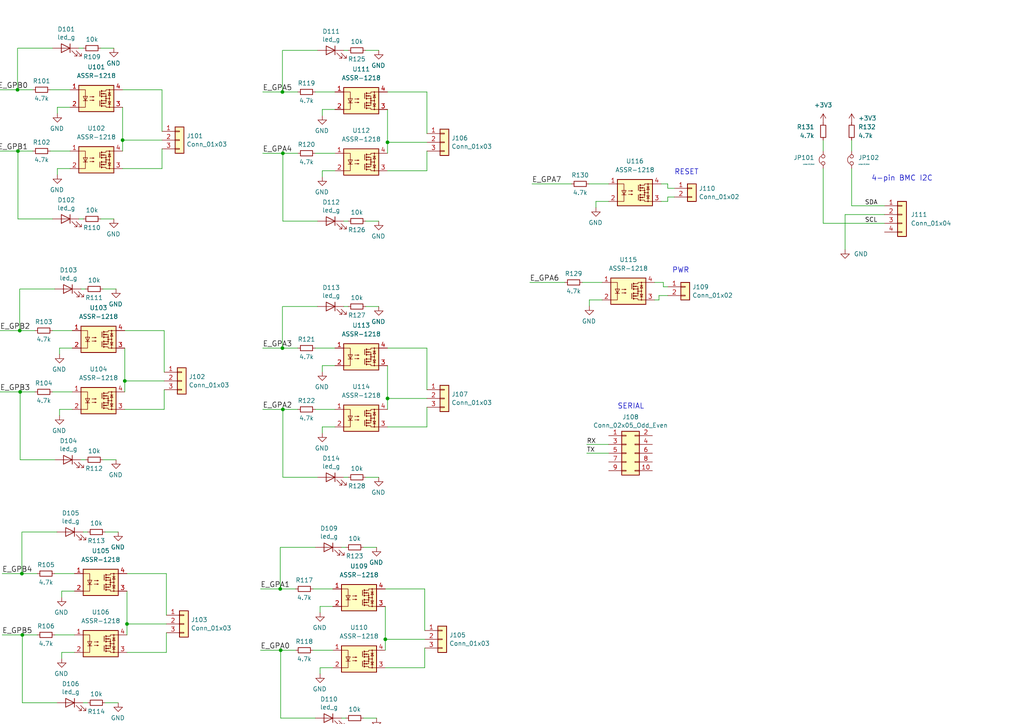
<source format=kicad_sch>
(kicad_sch (version 20230121) (generator eeschema)
  (paper "A4")
  (title_block (date "2024-03-17") (comment 1 "https://www.supermicro.com/manuals/motherboard/C236/MNL-1778.pdf"))
  (junction (at 370.84 77.47))
  (junction (at 335.915 -37.465))
  (junction (at 111.76 185.42))
  (junction (at 82.042 44.45))
  (junction (at 5.08 26.035))
  (junction (at 483.235 -133.985))
  (junction (at 81.915 26.67))
  (junction (at 506.095 -98.425))
  (junction (at 5.715 95.885))
  (junction (at 476.885 14.605))
  (junction (at 35.56 40.64))
  (junction (at 401.32 -85.725))
  (junction (at 476.885 6.985))
  (junction (at 6.35 166.37))
  (junction (at 81.28 170.815))
  (junction (at 6.477 184.15))
  (junction (at 5.842 113.665))
  (junction (at 401.32 -103.505))
  (junction (at 506.095 -118.745))
  (junction (at 81.407 188.595))
  (junction (at 6.477 255.27))
  (junction (at 354.33 132.08))
  (junction (at 36.195 110.49))
  (junction (at 81.915 100.965))
  (junction (at 354.33 123.19))
  (junction (at 506.095 -93.345))
  (junction (at 36.83 252.095))
  (junction (at 5.207 43.815))
  (junction (at 354.33 125.73))
  (junction (at 36.83 180.975))
  (junction (at 112.395 41.275))
  (junction (at 6.35 237.49))
  (junction (at 506.095 -111.125))
  (junction (at 82.042 118.745))
  (junction (at 112.395 115.57))
  (wire (pts (xy 30.48 225.425) (xy 34.29 225.425)))
  (wire (pts (xy 354.33 132.08) (xy 354.33 135.89)))
  (wire (pts (xy 423.545 -46.355) (xy 423.545 -50.165)))
  (wire (pts (xy 172.847 58.42) (xy 176.53 58.42)))
  (wire (pts (xy 193.675 54.61) (xy 195.58 54.61)))
  (wire (pts (xy 414.655 -41.275) (xy 414.655 -43.815)))
  (wire (pts (xy 82.042 88.9) (xy 92.075 88.9)))
  (wire (pts (xy 91.44 100.965) (xy 97.155 100.965)))
  (wire (pts (xy 23.495 133.35) (xy 24.765 133.35)))
  (wire (pts (xy 478.155 -111.125) (xy 506.095 -111.125)))
  (wire (pts (xy 30.48 203.835) (xy 34.29 203.835)))
  (wire (pts (xy 105.41 158.75) (xy 109.22 158.75)))
  (wire (pts (xy 17.907 262.128) (xy 17.907 260.35)))
  (wire (pts (xy 429.895 -133.985) (xy 424.815 -133.985)))
  (wire (pts (xy 170.815 53.34) (xy 176.53 53.34)))
  (wire (pts (xy 478.155 -131.445) (xy 483.235 -131.445)))
  (wire (pts (xy 335.915 -38.735) (xy 335.915 -37.465)))
  (wire (pts (xy 506.095 -98.425) (xy 506.095 -93.345)))
  (wire (pts (xy 172.847 60.198) (xy 172.847 58.42)))
  (wire (pts (xy 478.155 -103.505) (xy 487.68 -103.505)))
  (wire (pts (xy 81.407 188.595) (xy 85.725 188.595)))
  (wire (pts (xy 483.235 -133.985) (xy 483.235 -135.255)))
  (wire (pts (xy 30.48 154.305) (xy 34.29 154.305)))
  (wire (pts (xy 429.895 -123.825) (xy 401.32 -123.825)))
  (wire (pts (xy 478.155 -88.265) (xy 488.315 -88.265)))
  (wire (pts (xy 36.195 110.49) (xy 36.195 113.665)))
  (wire (pts (xy 24.13 225.425) (xy 25.4 225.425)))
  (wire (pts (xy 419.735 -90.805) (xy 429.895 -90.805)))
  (wire (pts (xy 112.395 31.75) (xy 112.395 41.275)))
  (wire (pts (xy 6.477 184.15) (xy 6.477 203.835)))
  (wire (pts (xy 93.472 31.75) (xy 97.155 31.75)))
  (wire (pts (xy 413.385 -131.445) (xy 429.895 -131.445)))
  (wire (pts (xy 193.675 57.15) (xy 193.675 58.42)))
  (wire (pts (xy 36.83 180.975) (xy 48.26 180.975)))
  (wire (pts (xy 35.56 48.895) (xy 46.99 48.895)))
  (wire (pts (xy -0.635 26.035) (xy 5.08 26.035)))
  (wire (pts (xy 0.635 237.49) (xy 6.35 237.49)))
  (polyline (pts (xy 410.21 146.05) (xy 410.21 63.5)))
  (wire (pts (xy 17.272 120.523) (xy 17.272 118.745)))
  (wire (pts (xy 238.76 43.815) (xy 238.76 40.64)))
  (wire (pts (xy 238.76 64.77) (xy 256.54 64.77)))
  (wire (pts (xy 22.86 13.97) (xy 24.13 13.97)))
  (wire (pts (xy 76.2 44.45) (xy 82.042 44.45)))
  (wire (pts (xy 106.045 64.135) (xy 109.855 64.135)))
  (wire (pts (xy 5.715 95.885) (xy 10.16 95.885)))
  (wire (pts (xy 93.472 49.53) (xy 97.155 49.53)))
  (wire (pts (xy 462.915 1.905) (xy 471.805 1.905)))
  (wire (pts (xy 354.33 123.19) (xy 354.33 125.73)))
  (wire (pts (xy 6.477 274.955) (xy 16.51 274.955)))
  (wire (pts (xy 191.77 53.34) (xy 193.675 53.34)))
  (wire (pts (xy 16.637 50.673) (xy 16.637 48.895)))
  (wire (pts (xy 123.825 26.67) (xy 123.825 38.735)))
  (wire (pts (xy 5.207 43.815) (xy 5.207 63.5)))
  (wire (pts (xy 112.395 41.275) (xy 112.395 44.45)))
  (wire (pts (xy 36.195 110.49) (xy 47.625 110.49)))
  (wire (pts (xy 36.83 180.975) (xy 36.83 184.15)))
  (wire (pts (xy -0.635 43.815) (xy 5.207 43.815)))
  (wire (pts (xy 419.735 -41.275) (xy 428.625 -41.275)))
  (wire (pts (xy 82.042 138.43) (xy 92.075 138.43)))
  (wire (pts (xy 14.605 43.815) (xy 20.32 43.815)))
  (wire (pts (xy 29.21 13.97) (xy 33.02 13.97)))
  (wire (pts (xy 343.535 -46.355) (xy 349.885 -46.355)))
  (wire (pts (xy 193.675 83.185) (xy 192.405 83.185)))
  (wire (pts (xy 15.24 95.885) (xy 20.955 95.885)))
  (wire (pts (xy 93.472 107.823) (xy 93.472 106.045)))
  (wire (pts (xy 112.395 100.965) (xy 123.825 100.965)))
  (wire (pts (xy 429.895 -85.725) (xy 401.32 -85.725)))
  (wire (pts (xy 112.395 41.275) (xy 123.825 41.275)))
  (wire (pts (xy 17.907 242.57) (xy 21.59 242.57)))
  (wire (pts (xy 447.04 17.145) (xy 450.215 17.145)))
  (wire (pts (xy 16.637 32.893) (xy 16.637 31.115)))
  (wire (pts (xy 123.825 123.825) (xy 123.825 118.11)))
  (wire (pts (xy 358.14 120.65) (xy 354.33 120.65)))
  (wire (pts (xy 6.477 184.15) (xy 10.795 184.15)))
  (wire (pts (xy 0.635 255.27) (xy 6.477 255.27)))
  (wire (pts (xy 462.915 6.985) (xy 476.885 6.985)))
  (wire (pts (xy 15.24 113.665) (xy 20.955 113.665)))
  (wire (pts (xy 0.635 166.37) (xy 6.35 166.37)))
  (wire (pts (xy 192.405 83.185) (xy 192.405 81.915)))
  (wire (pts (xy 99.06 158.75) (xy 100.33 158.75)))
  (wire (pts (xy 17.907 244.348) (xy 17.907 242.57)))
  (wire (pts (xy 35.56 40.64) (xy 46.99 40.64)))
  (wire (pts (xy 193.675 53.34) (xy 193.675 54.61)))
  (wire (pts (xy 17.272 100.965) (xy 20.955 100.965)))
  (wire (pts (xy 82.042 14.605) (xy 92.075 14.605)))
  (wire (pts (xy 112.395 106.045) (xy 112.395 115.57)))
  (wire (pts (xy 24.13 154.305) (xy 25.4 154.305)))
  (wire (pts (xy 478.155 -95.885) (xy 488.315 -95.885)))
  (wire (pts (xy 383.54 95.25) (xy 386.08 95.25)))
  (wire (pts (xy 421.64 -121.285) (xy 429.895 -121.285)))
  (wire (pts (xy 0 113.665) (xy 5.842 113.665)))
  (wire (pts (xy 0 95.885) (xy 5.715 95.885)))
  (wire (pts (xy 419.735 -88.265) (xy 429.895 -88.265)))
  (wire (pts (xy 440.69 9.525) (xy 450.215 9.525)))
  (wire (pts (xy 99.695 88.9) (xy 100.965 88.9)))
  (wire (pts (xy 370.84 132.08) (xy 370.84 130.81)))
  (wire (pts (xy 383.54 118.11) (xy 386.08 118.11)))
  (wire (pts (xy 29.21 63.5) (xy 33.02 63.5)))
  (wire (pts (xy 354.33 120.65) (xy 354.33 123.19)))
  (wire (pts (xy 247.015 59.69) (xy 256.54 59.69)))
  (wire (pts (xy 476.885 6.985) (xy 476.885 14.605)))
  (wire (pts (xy 462.915 12.065) (xy 471.805 12.065)))
  (wire (pts (xy 35.56 26.035) (xy 46.99 26.035)))
  (wire (pts (xy 5.842 133.35) (xy 15.875 133.35)))
  (wire (pts (xy 0.635 184.15) (xy 6.477 184.15)))
  (wire (pts (xy 36.83 260.35) (xy 48.26 260.35)))
  (wire (pts (xy 440.69 6.985) (xy 450.215 6.985)))
  (wire (pts (xy 170.942 88.773) (xy 170.942 86.995)))
  (wire (pts (xy 355.6 95.25) (xy 358.14 95.25)))
  (wire (pts (xy 506.095 -128.905) (xy 506.095 -118.745)))
  (wire (pts (xy 354.33 125.73) (xy 358.14 125.73)))
  (wire (pts (xy 111.76 185.42) (xy 111.76 188.595)))
  (wire (pts (xy 383.54 97.79) (xy 386.08 97.79)))
  (wire (pts (xy 189.865 86.995) (xy 191.135 86.995)))
  (wire (pts (xy 91.44 118.745) (xy 97.155 118.745)))
  (wire (pts (xy 354.33 132.08) (xy 370.84 132.08)))
  (wire (pts (xy 506.095 -111.125) (xy 506.095 -98.425)))
  (wire (pts (xy 6.477 255.27) (xy 10.795 255.27)))
  (wire (pts (xy 386.08 125.73) (xy 383.54 125.73)))
  (wire (pts (xy 356.87 85.09) (xy 356.87 77.47)))
  (wire (pts (xy 123.825 100.965) (xy 123.825 113.03)))
  (wire (pts (xy 478.155 -90.805) (xy 488.315 -90.805)))
  (wire (pts (xy 5.715 83.82) (xy 5.715 95.885)))
  (wire (pts (xy 440.69 -0.635) (xy 450.215 -0.635)))
  (wire (pts (xy 82.042 64.135) (xy 92.075 64.135)))
  (wire (pts (xy 48.26 166.37) (xy 48.26 178.435)))
  (wire (pts (xy 112.395 49.53) (xy 123.825 49.53)))
  (wire (pts (xy 36.195 118.745) (xy 47.625 118.745)))
  (wire (pts (xy 106.045 138.43) (xy 109.855 138.43)))
  (wire (pts (xy 386.08 120.65) (xy 383.54 120.65)))
  (wire (pts (xy 91.44 44.45) (xy 97.155 44.45)))
  (wire (pts (xy 92.837 175.895) (xy 96.52 175.895)))
  (wire (pts (xy 6.477 255.27) (xy 6.477 274.955)))
  (wire (pts (xy 405.13 -128.905) (xy 429.895 -128.905)))
  (wire (pts (xy 16.637 31.115) (xy 20.32 31.115)))
  (wire (pts (xy 5.842 83.82) (xy 15.875 83.82)))
  (wire (pts (xy 478.155 -106.045) (xy 487.68 -106.045)))
  (wire (pts (xy 6.35 154.305) (xy 6.35 166.37)))
  (wire (pts (xy 93.472 106.045) (xy 97.155 106.045)))
  (wire (pts (xy 76.2 118.745) (xy 82.042 118.745)))
  (wire (pts (xy 81.407 208.28) (xy 91.44 208.28)))
  (wire (pts (xy 383.54 90.17) (xy 386.08 90.17)))
  (wire (pts (xy 46.99 48.895) (xy 46.99 43.18)))
  (wire (pts (xy 30.48 274.955) (xy 34.29 274.955)))
  (wire (pts (xy 191.135 86.995) (xy 191.135 85.725)))
  (wire (pts (xy 15.875 255.27) (xy 21.59 255.27)))
  (wire (pts (xy 17.907 260.35) (xy 21.59 260.35)))
  (wire (pts (xy 6.35 166.37) (xy 10.795 166.37)))
  (wire (pts (xy 478.155 -85.725) (xy 488.315 -85.725)))
  (wire (pts (xy 394.97 -113.665) (xy 394.97 -137.795)))
  (wire (pts (xy 383.54 100.33) (xy 386.08 100.33)))
  (wire (pts (xy 93.472 123.825) (xy 97.155 123.825)))
  (wire (pts (xy 36.83 242.57) (xy 36.83 252.095)))
  (wire (pts (xy 383.54 102.87) (xy 386.08 102.87)))
  (wire (pts (xy 440.69 -3.175) (xy 450.215 -3.175)))
  (wire (pts (xy 358.14 123.19) (xy 354.33 123.19)))
  (wire (pts (xy 478.155 -128.905) (xy 506.095 -128.905)))
  (wire (pts (xy 345.44 113.03) (xy 358.14 113.03)))
  (wire (pts (xy 81.28 170.815) (xy 85.725 170.815)))
  (wire (pts (xy 123.19 193.675) (xy 123.19 187.96)))
  (wire (pts (xy 112.395 115.57) (xy 112.395 118.745)))
  (wire (pts (xy 6.35 237.49) (xy 10.795 237.49)))
  (wire (pts (xy 15.875 184.15) (xy 21.59 184.15)))
  (wire (pts (xy 111.76 175.895) (xy 111.76 185.42)))
  (wire (pts (xy 356.87 77.47) (xy 370.84 77.47)))
  (wire (pts (xy 15.875 166.37) (xy 21.59 166.37)))
  (wire (pts (xy 111.76 170.815) (xy 123.19 170.815)))
  (wire (pts (xy 419.735 -93.345) (xy 429.895 -93.345)))
  (wire (pts (xy 24.13 274.955) (xy 25.4 274.955)))
  (wire (pts (xy 23.495 83.82) (xy 24.765 83.82)))
  (wire (pts (xy 92.837 195.453) (xy 92.837 193.675)))
  (wire (pts (xy 82.042 44.45) (xy 82.042 64.135)))
  (wire (pts (xy 343.535 -48.895) (xy 351.79 -48.895)))
  (wire (pts (xy 247.015 40.64) (xy 247.015 43.815)))
  (wire (pts (xy 238.76 48.895) (xy 238.76 64.77)))
  (wire (pts (xy 22.86 63.5) (xy 24.13 63.5)))
  (wire (pts (xy 93.472 33.528) (xy 93.472 31.75)))
  (wire (pts (xy 370.84 74.93) (xy 370.84 77.47)))
  (wire (pts (xy 333.375 -37.465) (xy 335.915 -37.465)))
  (wire (pts (xy 29.845 83.82) (xy 33.655 83.82)))
  (wire (pts (xy 46.99 26.035) (xy 46.99 38.1)))
  (wire (pts (xy 6.35 225.425) (xy 6.35 237.49)))
  (wire (pts (xy 355.6 97.79) (xy 358.14 97.79)))
  (wire (pts (xy 75.565 188.595) (xy 81.407 188.595)))
  (polyline (pts (xy 410.21 63.5) (xy 332.74 63.5)))
  (wire (pts (xy 440.69 1.905) (xy 450.215 1.905)))
  (wire (pts (xy 48.26 260.35) (xy 48.26 254.635)))
  (wire (pts (xy 247.015 48.895) (xy 247.015 59.69)))
  (wire (pts (xy 123.19 170.815) (xy 123.19 182.88)))
  (wire (pts (xy 419.735 -98.425) (xy 429.895 -98.425)))
  (wire (pts (xy 462.915 17.145) (xy 471.805 17.145)))
  (wire (pts (xy 14.605 26.035) (xy 20.32 26.035)))
  (wire (pts (xy 245.11 62.23) (xy 245.11 72.39)))
  (wire (pts (xy 17.907 191.008) (xy 17.907 189.23)))
  (wire (pts (xy 414.655 -43.815) (xy 428.625 -43.815)))
  (wire (pts (xy 354.33 125.73) (xy 354.33 132.08)))
  (wire (pts (xy 195.58 57.15) (xy 193.675 57.15)))
  (wire (pts (xy 5.08 26.035) (xy 9.525 26.035)))
  (wire (pts (xy 383.54 92.71) (xy 386.08 92.71)))
  (wire (pts (xy 478.155 -98.425) (xy 506.095 -98.425)))
  (wire (pts (xy 419.735 -95.885) (xy 429.895 -95.885)))
  (wire (pts (xy 170.18 131.445) (xy 176.53 131.445)))
  (wire (pts (xy 90.805 170.815) (xy 96.52 170.815)))
  (wire (pts (xy 24.13 203.835) (xy 25.4 203.835)))
  (wire (pts (xy 82.042 44.45) (xy 86.36 44.45)))
  (wire (pts (xy 112.395 26.67) (xy 123.825 26.67)))
  (wire (pts (xy 35.56 31.115) (xy 35.56 40.64)))
  (wire (pts (xy 106.045 14.605) (xy 109.855 14.605)))
  (wire (pts (xy 36.83 252.095) (xy 36.83 255.27)))
  (wire (pts (xy 429.895 -103.505) (xy 401.32 -103.505)))
  (wire (pts (xy 105.41 208.28) (xy 109.22 208.28)))
  (wire (pts (xy 6.477 225.425) (xy 16.51 225.425)))
  (wire (pts (xy 333.375 -38.735) (xy 333.375 -37.465)))
  (wire (pts (xy 106.045 88.9) (xy 109.855 88.9)))
  (wire (pts (xy 123.825 49.53) (xy 123.825 43.815)))
  (wire (pts (xy 462.915 4.445) (xy 471.805 4.445)))
  (wire (pts (xy 90.805 188.595) (xy 96.52 188.595)))
  (wire (pts (xy 82.042 118.745) (xy 82.042 138.43)))
  (wire (pts (xy 76.2 100.965) (xy 81.915 100.965)))
  (wire (pts (xy 483.235 -131.445) (xy 483.235 -133.985)))
  (wire (pts (xy 91.44 26.67) (xy 97.155 26.67)))
  (wire (pts (xy 383.54 107.95) (xy 386.08 107.95)))
  (wire (pts (xy 478.155 -123.825) (xy 484.505 -123.825)))
  (wire (pts (xy 99.695 138.43) (xy 100.965 138.43)))
  (wire (pts (xy 17.907 189.23) (xy 21.59 189.23)))
  (wire (pts (xy 337.185 108.585) (xy 337.185 115.57)))
  (wire (pts (xy 112.395 123.825) (xy 123.825 123.825)))
  (wire (pts (xy 462.915 -5.715) (xy 476.885 -5.715)))
  (wire (pts (xy 81.915 100.965) (xy 86.36 100.965)))
  (wire (pts (xy 92.837 193.675) (xy 96.52 193.675)))
  (wire (pts (xy 370.84 77.47) (xy 370.84 80.01)))
  (wire (pts (xy 506.095 -118.745) (xy 506.095 -111.125)))
  (wire (pts (xy 47.625 118.745) (xy 47.625 113.03)))
  (wire (pts (xy 16.637 48.895) (xy 20.32 48.895)))
  (wire (pts (xy 17.272 118.745) (xy 20.955 118.745)))
  (wire (pts (xy 462.915 9.525) (xy 471.805 9.525)))
  (wire (pts (xy 337.185 115.57) (xy 358.14 115.57)))
  (wire (pts (xy 349.885 -52.07) (xy 354.33 -52.07)))
  (wire (pts (xy 478.155 -118.745) (xy 506.095 -118.745)))
  (wire (pts (xy 193.675 58.42) (xy 191.77 58.42)))
  (wire (pts (xy 351.79 -49.53) (xy 354.33 -49.53)))
  (wire (pts (xy 356.87 85.09) (xy 358.14 85.09)))
  (wire (pts (xy 99.06 208.28) (xy 100.33 208.28)))
  (wire (pts (xy 81.915 14.605) (xy 81.915 26.67)))
  (wire (pts (xy 345.44 108.585) (xy 345.44 113.03)))
  (wire (pts (xy 81.407 188.595) (xy 81.407 208.28)))
  (wire (pts (xy 76.2 26.67) (xy 81.915 26.67)))
  (wire (pts (xy 476.885 14.605) (xy 476.885 17.145)))
  (wire (pts (xy 506.095 -93.345) (xy 506.095 -80.645)))
  (wire (pts (xy 462.915 14.605) (xy 476.885 14.605)))
  (wire (pts (xy 75.565 170.815) (xy 81.28 170.815)))
  (wire (pts (xy 401.32 -103.505) (xy 401.32 -85.725)))
  (wire (pts (xy 35.56 40.64) (xy 35.56 43.815)))
  (wire (pts (xy 191.135 85.725) (xy 193.675 85.725)))
  (wire (pts (xy 433.705 17.145) (xy 441.96 17.145)))
  (wire (pts (xy 17.272 102.743) (xy 17.272 100.965)))
  (wire (pts (xy 81.915 88.9) (xy 81.915 100.965)))
  (wire (pts (xy 36.195 95.885) (xy 47.625 95.885)))
  (wire (pts (xy 421.64 14.605) (xy 450.215 14.605)))
  (wire (pts (xy 36.83 237.49) (xy 48.26 237.49)))
  (wire (pts (xy 401.32 -85.725) (xy 401.32 -80.01)))
  (wire (pts (xy 154.305 53.34) (xy 165.735 53.34)))
  (wire (pts (xy 421.64 -118.745) (xy 429.895 -118.745)))
  (wire (pts (xy 192.405 81.915) (xy 189.865 81.915)))
  (wire (pts (xy 383.54 87.63) (xy 386.08 87.63)))
  (wire (pts (xy 48.26 237.49) (xy 48.26 249.555)))
  (wire (pts (xy 36.195 100.965) (xy 36.195 110.49)))
  (wire (pts (xy 92.837 177.673) (xy 92.837 175.895)))
  (wire (pts (xy 170.18 128.905) (xy 176.53 128.905)))
  (wire (pts (xy 111.76 193.675) (xy 123.19 193.675)))
  (wire (pts (xy 81.915 26.67) (xy 86.36 26.67)))
  (wire (pts (xy 36.83 252.095) (xy 48.26 252.095)))
  (wire (pts (xy 429.895 -113.665) (xy 394.97 -113.665)))
  (wire (pts (xy 81.28 158.75) (xy 81.28 170.815)))
  (polyline (pts (xy 332.74 146.05) (xy 410.21 146.05)))
  (wire (pts (xy 349.885 -46.355) (xy 349.885 -52.07)))
  (wire (pts (xy 6.477 154.305) (xy 16.51 154.305)))
  (wire (pts (xy 36.83 189.23) (xy 48.26 189.23)))
  (wire (pts (xy 17.907 173.228) (xy 17.907 171.45)))
  (wire (pts (xy 48.26 189.23) (xy 48.26 183.515)))
  (wire (pts (xy 36.83 171.45) (xy 36.83 180.975)))
  (wire (pts (xy 6.477 203.835) (xy 16.51 203.835)))
  (wire (pts (xy 386.08 115.57) (xy 383.54 115.57)))
  (wire (pts (xy 99.695 14.605) (xy 100.965 14.605)))
  (wire (pts (xy 5.842 113.665) (xy 5.842 133.35)))
  (wire (pts (xy 5.207 63.5) (xy 15.24 63.5)))
  (wire (pts (xy 478.155 -126.365) (xy 484.505 -126.365)))
  (wire (pts (xy 5.207 43.815) (xy 9.525 43.815)))
  (wire (pts (xy 383.54 113.03) (xy 386.08 113.03)))
  (wire (pts (xy 47.625 95.885) (xy 47.625 107.95)))
  (wire (pts (xy 29.845 133.35) (xy 33.655 133.35)))
  (wire (pts (xy 82.042 118.745) (xy 86.36 118.745)))
  (wire (pts (xy 383.54 123.19) (xy 386.08 123.19)))
  (wire (pts (xy 421.64 14.605) (xy 421.64 19.685)))
  (wire (pts (xy 478.155 -133.985) (xy 483.235 -133.985)))
  (wire (pts (xy 112.395 115.57) (xy 123.825 115.57)))
  (wire (pts (xy 170.942 86.995) (xy 174.625 86.995)))
  (wire (pts (xy 5.842 113.665) (xy 10.16 113.665)))
  (wire (pts (xy 93.472 51.308) (xy 93.472 49.53)))
  (wire (pts (xy 478.155 -93.345) (xy 506.095 -93.345)))
  (wire (pts (xy 111.76 185.42) (xy 123.19 185.42)))
  (wire (pts (xy 17.907 171.45) (xy 21.59 171.45)))
  (wire (pts (xy 476.885 -5.715) (xy 476.885 6.985)))
  (wire (pts (xy 428.625 -46.355) (xy 423.545 -46.355)))
  (wire (pts (xy 153.67 81.915) (xy 163.83 81.915)))
  (wire (pts (xy 99.695 64.135) (xy 100.965 64.135)))
  (wire (pts (xy 36.83 166.37) (xy 48.26 166.37)))
  (wire (pts (xy 256.54 62.23) (xy 245.11 62.23)))
  (wire (pts (xy 383.54 85.09) (xy 386.08 85.09)))
  (polyline (pts (xy 332.74 63.5) (xy 332.74 146.05)))
  (wire (pts (xy 424.815 -133.985) (xy 424.815 -137.16)))
  (wire (pts (xy 93.472 125.603) (xy 93.472 123.825)))
  (wire (pts (xy 15.875 237.49) (xy 21.59 237.49)))
  (wire (pts (xy 5.08 13.97) (xy 5.08 26.035)))
  (wire (pts (xy 351.79 -48.895) (xy 351.79 -49.53)))
  (wire (pts (xy 81.407 158.75) (xy 91.44 158.75)))
  (wire (pts (xy 401.32 -123.825) (xy 401.32 -103.505)))
  (wire (pts (xy 386.08 110.49) (xy 383.54 110.49)))
  (wire (pts (xy 168.91 81.915) (xy 174.625 81.915)))
  (wire (pts (xy 335.915 -37.465) (xy 335.915 -36.195)))
  (wire (pts (xy 5.207 13.97) (xy 15.24 13.97)))
  (text "RESET\n\n" (at 195.58 53.34 0) (effects (font (size 1.524 1.524)) (justify left bottom)))
  (text "JSTBY1" (at 429.895 -48.895 0) (effects (font (size 1.27 1.27)) (justify left bottom)))
  (text "SERIAL\n\n" (at 179.07 121.285 0) (effects (font (size 1.524 1.524)) (justify left bottom)))
  (text "4-pin BMC I2C" (at 252.73 52.705 0) (effects (font (size 1.524 1.524)) (justify left bottom)))
  (text "TPM" (at 454.66 -12.7 0) (effects (font (size 1.524 1.524)) (justify left bottom)))
  (text "Thru-Hole Connector" (at 433.705 -75.565 0) (effects (font (size 2.54 2.54) italic) (justify left bottom)))
  (text "PWR\n" (at 194.945 79.375 0) (effects (font (size 1.524 1.524)) (justify left bottom)))
  (text "GPIO EXPANDER" (at 334.01 67.31 0) (effects (font (size 1.524 1.524)) (justify left bottom)))
  (label "PA_EINT10" (at 355.6 97.79 180) (effects (font (size 1.524 1.524))))
  (label "E_GPB3" (at 386.08 92.71 0) (effects (font (size 1.524 1.524))))
  (label "LAD1" (at 419.735 -95.885 0))
  (label "RX" (at 170.18 128.905 0))
  (label "E_GPA2" (at 76.2 118.745 0) (effects (font (size 1.524 1.524))))
  (label "E_GPA4" (at 76.2 44.45 0) (effects (font (size 1.524 1.524))))
  (label "SDA" (at 422.275 -131.445 0))
  (label "E_GPB6" (at 386.08 100.33 0) (effects (font (size 1.524 1.524))))
  (label "PA_EINT7" (at 355.6 95.25 180) (effects (font (size 1.524 1.524))))
  (label "E_GPB4" (at 0.635 166.37 0) (effects (font (size 1.524 1.524))))
  (label "E_GPB1" (at 386.08 87.63 0) (effects (font (size 1.524 1.524))))
  (label "E_GPB0" (at 386.08 85.09 0) (effects (font (size 1.524 1.524))))
  (label "E_GPA7" (at 386.08 125.73 0) (effects (font (size 1.524 1.524))))
  (label "LFRAME" (at 487.68 -106.045 180))
  (label "E_GPB5" (at 386.08 97.79 0) (effects (font (size 1.524 1.524))))
  (label "E_GPA3" (at 386.08 115.57 0) (effects (font (size 1.524 1.524))))
  (label "SER_IRQ" (at 471.805 12.065 180))
  (label "IO_SDA" (at 346.71 115.57 0))
  (label "E_GPA6" (at 386.08 123.19 0) (effects (font (size 1.524 1.524))))
  (label "E_GPB2" (at 0 95.885 0) (effects (font (size 1.524 1.524))))
  (label "SCL" (at 250.825 64.77 0))
  (label "LPCPD" (at 488.315 -85.725 180))
  (label "IO_SDA" (at 421.64 -118.745 0))
  (label "LDRQ" (at 419.735 -88.265 0))
  (label "E_GPA2" (at 386.08 113.03 0) (effects (font (size 1.524 1.524))))
  (label "SCL" (at 422.275 -128.905 0))
  (label "RX" (at 484.505 -123.825 180))
  (label "SMB_DAT" (at 419.735 -93.345 0))
  (label "SMB_CLK" (at 488.315 -88.265 180))
  (label "LAD1" (at 471.805 4.445 180))
  (label "E_GPA0" (at 386.08 107.95 0) (effects (font (size 1.524 1.524))))
  (label "LPCPD" (at 433.705 17.145 0))
  (label "E_GPA0" (at 75.565 188.595 0) (effects (font (size 1.524 1.524))))
  (label "E_GPA3" (at 76.2 100.965 0) (effects (font (size 1.524 1.524))))
  (label "E_GPB4" (at 386.08 95.25 0) (effects (font (size 1.524 1.524))))
  (label "SMB_CLK" (at 440.69 9.525 0))
  (label "E_GPB6" (at 0.635 255.27 0) (effects (font (size 1.524 1.524))))
  (label "E_GPB5" (at 0.635 184.15 0) (effects (font (size 1.524 1.524))))
  (label "E_GPA5" (at 76.2 26.67 0) (effects (font (size 1.524 1.524))))
  (label "LAD0" (at 488.315 -90.805 180))
  (label "TX" (at 484.505 -126.365 180))
  (label "E_GPA7" (at 154.305 53.34 0) (effects (font (size 1.524 1.524))))
  (label "E_GPA5" (at 386.08 120.65 0) (effects (font (size 1.524 1.524))))
  (label "E_GPA6" (at 153.67 81.915 0) (effects (font (size 1.524 1.524))))
  (label "LAD2" (at 419.735 -98.425 0))
  (label "SMB_DAT" (at 471.805 9.525 180))
  (label "E_GPB7" (at 386.08 102.87 0) (effects (font (size 1.524 1.524))))
  (label "LRESET" (at 487.68 -103.505 180))
  (label "wake_up" (at 419.735 -41.275 0))
  (label "E_GPB7" (at 0.635 237.49 0) (effects (font (size 1.524 1.524))))
  (label "E_GPB0" (at -0.635 26.035 0) (effects (font (size 1.524 1.524))))
  (label "E_GPB3" (at 0 113.665 0) (effects (font (size 1.524 1.524))))
  (label "E_GPA1" (at 75.565 170.815 0) (effects (font (size 1.524 1.524))))
  (label "IO_SCL" (at 346.71 113.03 0))
  (label "IO_SCL" (at 421.64 -121.285 0))
  (label "SER_IRQ" (at 419.735 -90.805 0))
  (label "LAD0" (at 440.69 6.985 0))
  (label "E_GPB1" (at -0.635 43.815 0) (effects (font (size 1.524 1.524))))
  (label "LAD3" (at 488.315 -95.885 180))
  (label "LFRAME" (at 440.69 -3.175 0))
  (label "E_GPB2" (at 386.08 90.17 0) (effects (font (size 1.524 1.524))))
  (label "LAD2" (at 471.805 1.905 180))
  (label "SDA" (at 250.825 59.69 0))
  (label "TX" (at 170.18 131.445 0))
  (label "LDRQ" (at 471.805 17.145 180))
  (label "LRESET" (at 440.69 -0.635 0))
  (label "E_GPA4" (at 386.08 118.11 0) (effects (font (size 1.524 1.524))))
  (label "E_GPA1" (at 386.08 110.49 0) (effects (font (size 1.524 1.524))))
  (label "LAD3" (at 440.69 1.905 0))
  (symbol (lib_id "RPi_Zero_pHat_Template-rescue:RPi_GPIO-Connector-ML") (at 434.975 -133.985 0) (unit 1)
    (property "Reference" "J115" (at 454.025 -140.335 0) (effects (font (size 1.524 1.524))))
    (property "Value" "RPi_GPIO" (at 454.025 -137.795 0) (effects (font (size 1.524 1.524))))
    (property "Footprint" "Connector_PinHeader_2.54mm:PinHeader_2x20_P2.54mm_Vertical" (effects hide))
  )
  (symbol (lib_id "power:GND") (at 33.655 83.82 0) (mirror y) (unit 1)
    (property "Reference" "#PWR0111" (effects hide))
    (property "Value" "GND" (at 33.528 88.2142 0))
  )
  (symbol (lib_id "Relay_SolidState:ASSR-1218") (at 27.94 46.355 0) (unit 1)
    (property "Reference" "U102" (at 27.94 37.211 0))
    (property "Value" "ASSR-1218" (at 27.94 39.751 0))
    (property "Footprint" "Package_SO:SO-4_4.4x4.3mm_P2.54mm" (effects hide))
    (property "Datasheet" "https://docs.broadcom.com/docs/AV02-0173EN" (effects hide))
  )
  (symbol (lib_id "Connector_Generic:Conn_01x03") (at 128.905 115.57 0) (unit 1)
    (property "Reference" "J107" (at 130.937 114.3579 0) (effects (justify left)))
    (property "Value" "Conn_01x03" (at 130.937 116.7821 0) (effects (justify left)))
    (property "Footprint" "Connector_PinHeader_2.54mm:PinHeader_1x03_P2.54mm_Vertical" (effects hide))
  )
  (symbol (lib_id "Connector_Generic:Conn_01x04") (at 261.62 62.23 0) (unit 1)
    (property "Reference" "J111" (at 264.16 62.23 0) (effects (justify left)))
    (property "Value" "Conn_01x04" (at 264.16 64.77 0) (effects (justify left)))
    (property "Footprint" "Connector_PinHeader_2.54mm:PinHeader_1x04_P2.54mm_Vertical" (effects hide))
  )
  (symbol (lib_id "power:+5V") (at 423.545 -50.165 0) (unit 1)
    (property "Reference" "#PWR0142" (effects hide))
    (property "Value" "+5V" (at 423.545 -54.2981 0))
  )
  (symbol (lib_id "Device:LED") (at 95.885 138.43 0) (mirror y) (unit 1)
    (property "Reference" "D114" (at 96.0628 132.9436 0))
    (property "Value" "led_g" (at 96.0628 135.255 0))
    (property "Footprint" "LED_SMD:LED_0603_1608Metric" (effects hide))
  )
  (symbol (lib_id "Connector_Generic:Conn_01x03") (at 52.705 110.49 0) (unit 1)
    (property "Reference" "J102" (at 54.737 109.2779 0) (effects (justify left)))
    (property "Value" "Conn_01x03" (at 54.737 111.7021 0) (effects (justify left)))
    (property "Footprint" "Connector_PinHeader_2.54mm:PinHeader_1x03_P2.54mm_Vertical" (effects hide))
  )
  (symbol (lib_id "power:GND") (at 17.272 102.743 0) (mirror y) (unit 1)
    (property "Reference" "#PWR0103" (effects hide))
    (property "Value" "GND" (at 17.145 107.1372 0))
  )
  (symbol (lib_id "Device:R_Small") (at 103.505 138.43 270) (mirror x) (unit 1)
    (property "Reference" "R128" (at 103.505 140.97 90))
    (property "Value" "10k" (at 103.505 135.89 90))
    (property "Footprint" "Resistor_SMD:R_0603_1608Metric" (effects hide))
  )
  (symbol (lib_id "Device:LED") (at 95.25 158.75 0) (mirror y) (unit 1)
    (property "Reference" "D109" (at 95.4278 153.2636 0))
    (property "Value" "led_g" (at 95.4278 155.575 0))
    (property "Footprint" "LED_SMD:LED_0603_1608Metric" (effects hide))
  )
  (symbol (lib_id "power:GND") (at 33.02 13.97 0) (mirror y) (unit 1)
    (property "Reference" "#PWR0109" (effects hide))
    (property "Value" "GND" (at 32.893 18.3642 0))
  )
  (symbol (lib_id "Device:R_Small") (at 88.9 100.965 270) (unit 1)
    (property "Reference" "R121" (at 88.9 98.425 90))
    (property "Value" "4.7k" (at 88.9 103.505 90))
    (property "Footprint" "Resistor_SMD:R_0603_1608Metric" (effects hide))
  )
  (symbol (lib_id "Device:R_Small") (at 12.065 43.815 270) (unit 1)
    (property "Reference" "R102" (at 12.065 41.275 90))
    (property "Value" "4.7k" (at 12.065 46.355 90))
    (property "Footprint" "Resistor_SMD:R_0603_1608Metric" (effects hide))
  )
  (symbol (lib_id "Device:R_Small") (at 27.94 154.305 270) (mirror x) (unit 1)
    (property "Reference" "R113" (at 27.94 156.845 90))
    (property "Value" "10k" (at 27.94 151.765 90))
    (property "Footprint" "Resistor_SMD:R_0603_1608Metric" (effects hide))
  )
  (symbol (lib_id "power:GND") (at 172.847 60.198 0) (mirror y) (unit 1)
    (property "Reference" "#PWR0130" (effects hide))
    (property "Value" "GND" (at 172.72 64.5922 0))
  )
  (symbol (lib_id "Device:R_Small") (at 88.9 26.67 270) (unit 1)
    (property "Reference" "R119" (at 88.9 24.13 90))
    (property "Value" "4.7k" (at 88.9 29.21 90))
    (property "Footprint" "Resistor_SMD:R_0603_1608Metric" (effects hide))
  )
  (symbol (lib_id "power:GND") (at 17.907 173.228 0) (mirror y) (unit 1)
    (property "Reference" "#PWR0105" (effects hide))
    (property "Value" "GND" (at 17.78 177.6222 0))
  )
  (symbol (lib_id "Device:R_Small") (at 247.015 38.1 0) (unit 1)
    (property "Reference" "R132" (at 248.92 36.83 0) (effects (justify left)))
    (property "Value" "4.7k" (at 248.92 39.37 0) (effects (justify left)))
    (property "Footprint" "Resistor_SMD:R_0603_1608Metric" (effects hide))
  )
  (symbol (lib_id "Device:R_Small") (at 12.7 95.885 270) (unit 1)
    (property "Reference" "R103" (at 12.7 93.345 90))
    (property "Value" "4.7k" (at 12.7 98.425 90))
    (property "Footprint" "Resistor_SMD:R_0603_1608Metric" (effects hide))
  )
  (symbol (lib_id "power:GND") (at 109.855 88.9 0) (mirror y) (unit 1)
    (property "Reference" "#PWR0127" (effects hide))
    (property "Value" "GND" (at 109.728 93.2942 0))
  )
  (symbol (lib_id "power:GND") (at 17.907 191.008 0) (mirror y) (unit 1)
    (property "Reference" "#PWR0106" (effects hide))
    (property "Value" "GND" (at 17.78 195.4022 0))
  )
  (symbol (lib_id "Connector_Generic:Conn_01x02") (at 198.755 83.185 0) (unit 1)
    (property "Reference" "J109" (at 200.787 83.2429 0) (effects (justify left)))
    (property "Value" "Conn_01x02" (at 200.787 85.6671 0) (effects (justify left)))
    (property "Footprint" "Connector_PinHeader_2.54mm:PinHeader_1x02_P2.54mm_Vertical" (effects hide))
  )
  (symbol (lib_id "Device:LED") (at 95.885 14.605 0) (mirror y) (unit 1)
    (property "Reference" "D111" (at 96.0628 9.1186 0))
    (property "Value" "led_g" (at 96.0628 11.43 0))
    (property "Footprint" "LED_SMD:LED_0603_1608Metric" (effects hide))
  )
  (symbol (lib_id "Connector_Generic:Conn_01x03") (at 52.07 40.64 0) (unit 1)
    (property "Reference" "J101" (at 54.102 39.4279 0) (effects (justify left)))
    (property "Value" "Conn_01x03" (at 54.102 41.8521 0) (effects (justify left)))
    (property "Footprint" "Connector_PinHeader_2.54mm:PinHeader_1x03_P2.54mm_Vertical" (effects hide))
  )
  (symbol (lib_id "Device:R_Small") (at 12.7 113.665 270) (unit 1)
    (property "Reference" "R104" (at 12.7 111.125 90))
    (property "Value" "4.7k" (at 12.7 116.205 90))
    (property "Footprint" "Resistor_SMD:R_0603_1608Metric" (effects hide))
  )
  (symbol (lib_id "Connector_Generic:Conn_02x05_Odd_Even") (at 359.41 -49.53 0) (unit 1)
    (property "Reference" "J113" (at 360.68 -60.0243 0))
    (property "Value" "Conn_02x05_Odd_Even" (at 360.68 -57.6001 0))
    (property "Footprint" "Connector_PinHeader_2.54mm:PinHeader_2x05_P2.54mm_Vertical" (effects hide))
  )
  (symbol (lib_id "Device:C_Small") (at 434.34 -150.495 180) (unit 1)
    (property "Reference" "C101" (at 436.88 -151.765 90) (effects (justify left)))
    (property "Value" ".1uF" (at 431.8 -153.035 90) (effects (justify left)))
    (property "Footprint" "Capacitor_SMD:C_0603_1608Metric" (effects hide))
  )
  (symbol (lib_id "power:GND") (at 434.34 -147.955 0) (unit 1)
    (property "Reference" "#PWR0145" (effects hide))
    (property "Value" "GND" (at 434.34 -143.8219 0))
  )
  (symbol (lib_id "Device:R_Small") (at 88.265 170.815 270) (unit 1)
    (property "Reference" "R117" (at 88.265 168.275 90))
    (property "Value" "4.7k" (at 88.265 173.355 90))
    (property "Footprint" "Resistor_SMD:R_0603_1608Metric" (effects hide))
  )
  (symbol (lib_id "power:GND") (at 109.22 158.75 0) (mirror y) (unit 1)
    (property "Reference" "#PWR0123" (effects hide))
    (property "Value" "GND" (at 109.093 163.1442 0))
  )
  (symbol (lib_id "power:GND") (at 441.325 -147.955 0) (unit 1)
    (property "Reference" "#PWR0147" (effects hide))
    (property "Value" "GND" (at 441.325 -143.8219 0))
  )
  (symbol (lib_id "power:GND") (at 401.32 -80.01 0) (unit 1)
    (property "Reference" "#PWR0140" (effects hide))
    (property "Value" "GND" (at 401.32 -75.8769 0))
  )
  (symbol (lib_id "power:GND") (at 476.885 17.145 0) (unit 1)
    (property "Reference" "#PWR0148" (effects hide))
    (property "Value" "GND" (at 476.885 21.2781 0))
  )
  (symbol (lib_id "Device:R_Small") (at 13.335 237.49 270) (unit 1)
    (property "Reference" "R107" (at 13.335 234.95 90))
    (property "Value" "4.7k" (at 13.335 240.03 90))
    (property "Footprint" "Resistor_SMD:R_0603_1608Metric" (effects hide))
  )
  (symbol (lib_id "power:GND") (at 34.29 154.305 0) (mirror y) (unit 1)
    (property "Reference" "#PWR0113" (effects hide))
    (property "Value" "GND" (at 34.163 158.6992 0))
  )
  (symbol (lib_id "Device:R_Small") (at 27.94 274.955 270) (mirror x) (unit 1)
    (property "Reference" "R116" (at 27.94 277.495 90))
    (property "Value" "10k" (at 27.94 272.415 90))
    (property "Footprint" "Resistor_SMD:R_0603_1608Metric" (effects hide))
  )
  (symbol (lib_id "power:+3.3V") (at 247.015 35.56 0) (unit 1)
    (property "Reference" "#PWR0133" (effects hide))
    (property "Value" "+3.3V" (at 248.92 34.29 0) (effects (justify left)))
  )
  (symbol (lib_id "power:GND") (at 34.29 203.835 0) (mirror y) (unit 1)
    (property "Reference" "#PWR0114" (effects hide))
    (property "Value" "GND" (at 34.163 208.2292 0))
  )
  (symbol (lib_id "power:GND") (at 109.855 64.135 0) (mirror y) (unit 1)
    (property "Reference" "#PWR0126" (effects hide))
    (property "Value" "GND" (at 109.728 68.5292 0))
  )
  (symbol (lib_id "Relay_SolidState:ASSR-1218") (at 104.14 173.355 0) (unit 1)
    (property "Reference" "U109" (at 104.14 164.211 0))
    (property "Value" "ASSR-1218" (at 104.14 166.751 0))
    (property "Footprint" "Package_SO:SO-4_4.4x4.3mm_P2.54mm" (effects hide))
    (property "Datasheet" "https://docs.broadcom.com/docs/AV02-0173EN" (effects hide))
  )
  (symbol (lib_id "Relay_SolidState:ASSR-1218") (at 184.15 55.88 0) (unit 1)
    (property "Reference" "U116" (at 184.15 46.736 0))
    (property "Value" "ASSR-1218" (at 184.15 49.276 0))
    (property "Footprint" "Package_SO:SO-4_4.4x4.3mm_P2.54mm" (effects hide))
    (property "Datasheet" "https://docs.broadcom.com/docs/AV02-0173EN" (effects hide))
  )
  (symbol (lib_id "Relay_SolidState:ASSR-1218") (at 27.94 28.575 0) (unit 1)
    (property "Reference" "U101" (at 27.94 19.431 0))
    (property "Value" "ASSR-1218" (at 27.94 21.971 0))
    (property "Footprint" "Package_SO:SO-4_4.4x4.3mm_P2.54mm" (effects hide))
    (property "Datasheet" "https://docs.broadcom.com/docs/AV02-0173EN" (effects hide))
  )
  (symbol (lib_id "Relay_SolidState:ASSR-1218") (at 104.775 103.505 0) (unit 1)
    (property "Reference" "U113" (at 104.775 94.361 0))
    (property "Value" "ASSR-1218" (at 104.775 96.901 0))
    (property "Footprint" "Package_SO:SO-4_4.4x4.3mm_P2.54mm" (effects hide))
    (property "Datasheet" "https://docs.broadcom.com/docs/AV02-0173EN" (effects hide))
  )
  (symbol (lib_id "Relay_SolidState:ASSR-1218") (at 29.21 168.91 0) (unit 1)
    (property "Reference" "U105" (at 29.21 159.766 0))
    (property "Value" "ASSR-1218" (at 29.21 162.306 0))
    (property "Footprint" "Package_SO:SO-4_4.4x4.3mm_P2.54mm" (effects hide))
    (property "Datasheet" "https://docs.broadcom.com/docs/AV02-0173EN" (effects hide))
  )
  (symbol (lib_id "Device:R_Small") (at 26.67 13.97 270) (mirror x) (unit 1)
    (property "Reference" "R109" (at 26.67 16.51 90))
    (property "Value" "10k" (at 26.67 11.43 90))
    (property "Footprint" "Resistor_SMD:R_0603_1608Metric" (effects hide))
  )
  (symbol (lib_id "power:GND") (at 93.472 107.823 0) (mirror y) (unit 1)
    (property "Reference" "#PWR0121" (effects hide))
    (property "Value" "GND" (at 93.345 112.2172 0))
  )
  (symbol (lib_id "power:GND") (at 421.64 19.685 0) (unit 1)
    (property "Reference" "#PWR0141" (effects hide))
    (property "Value" "GND" (at 421.64 23.8181 0))
  )
  (symbol (lib_id "power:+3V3") (at 370.84 74.93 0) (unit 1)
    (property "Reference" "#PWR0138" (effects hide))
    (property "Value" "+3V3" (at 370.84 71.374 0))
  )
  (symbol (lib_id "Connector_Generic:Conn_01x03") (at 53.34 252.095 0) (unit 1)
    (property "Reference" "J104" (at 55.372 250.8829 0) (effects (justify left)))
    (property "Value" "Conn_01x03" (at 55.372 253.3071 0) (effects (justify left)))
    (property "Footprint" "Connector_PinHeader_2.54mm:PinHeader_1x03_P2.54mm_Vertical" (effects hide))
  )
  (symbol (lib_id "Device:LED") (at 19.685 83.82 0) (mirror y) (unit 1)
    (property "Reference" "D103" (at 19.8628 78.3336 0))
    (property "Value" "led_g" (at 19.8628 80.645 0))
    (property "Footprint" "LED_SMD:LED_0603_1608Metric" (effects hide))
  )
  (symbol (lib_id "Device:LED") (at 20.32 225.425 0) (mirror y) (unit 1)
    (property "Reference" "D107" (at 20.4978 219.9386 0))
    (property "Value" "led_g" (at 20.4978 222.25 0))
    (property "Footprint" "LED_SMD:LED_0603_1608Metric" (effects hide))
  )
  (symbol (lib_id "Connector_Generic:Conn_02x10_Odd_Even") (at 455.295 4.445 0) (unit 1)
    (property "Reference" "J116" (at 456.565 -11.1293 0))
    (property "Value" "Conn_02x10_Odd_Even" (at 456.565 -8.7051 0))
    (property "Footprint" "Connector_PinHeader_2.54mm:PinHeader_2x10_P2.54mm_Vertical" (effects hide))
  )
  (symbol (lib_id "Connector_Generic:Conn_01x03") (at 53.34 180.975 0) (unit 1)
    (property "Reference" "J103" (at 55.372 179.7629 0) (effects (justify left)))
    (property "Value" "Conn_01x03" (at 55.372 182.1871 0) (effects (justify left)))
    (property "Footprint" "Connector_PinHeader_2.54mm:PinHeader_1x03_P2.54mm_Vertical" (effects hide))
  )
  (symbol (lib_id "power:+5V") (at 483.235 -135.255 0) (unit 1)
    (property "Reference" "#PWR0149" (effects hide))
    (property "Value" "+5V" (at 483.235 -139.3881 0))
  )
  (symbol (lib_id "Device:R_Small") (at 88.9 118.745 270) (unit 1)
    (property "Reference" "R122" (at 88.9 116.205 90))
    (property "Value" "4.7k" (at 88.9 121.285 90))
    (property "Footprint" "Resistor_SMD:R_0603_1608Metric" (effects hide))
  )
  (symbol (lib_id "Relay_SolidState:ASSR-1218") (at 29.21 186.69 0) (unit 1)
    (property "Reference" "U106" (at 29.21 177.546 0))
    (property "Value" "ASSR-1218" (at 29.21 180.086 0))
    (property "Footprint" "Package_SO:SO-4_4.4x4.3mm_P2.54mm" (effects hide))
    (property "Datasheet" "https://docs.broadcom.com/docs/AV02-0173EN" (effects hide))
  )
  (symbol (lib_id "power:GND") (at 34.29 225.425 0) (mirror y) (unit 1)
    (property "Reference" "#PWR0115" (effects hide))
    (property "Value" "GND" (at 34.163 229.8192 0))
  )
  (symbol (lib_id "Device:R_Small") (at 102.87 158.75 270) (mirror x) (unit 1)
    (property "Reference" "R123" (at 102.87 161.29 90))
    (property "Value" "10k" (at 102.87 156.21 90))
    (property "Footprint" "Resistor_SMD:R_0603_1608Metric" (effects hide))
  )
  (symbol (lib_id "Relay_SolidState:ASSR-1218") (at 28.575 116.205 0) (unit 1)
    (property "Reference" "U104" (at 28.575 107.061 0))
    (property "Value" "ASSR-1218" (at 28.575 109.601 0))
    (property "Footprint" "Package_SO:SO-4_4.4x4.3mm_P2.54mm" (effects hide))
    (property "Datasheet" "https://docs.broadcom.com/docs/AV02-0173EN" (effects hide))
  )
  (symbol (lib_id "Device:R_Small") (at 27.94 225.425 270) (mirror x) (unit 1)
    (property "Reference" "R115" (at 27.94 227.965 90))
    (property "Value" "10k" (at 27.94 222.885 90))
    (property "Footprint" "Resistor_SMD:R_0603_1608Metric" (effects hide))
  )
  (symbol (lib_id "Relay_SolidState:ASSR-1218") (at 29.21 240.03 0) (unit 1)
    (property "Reference" "U107" (at 29.21 230.886 0))
    (property "Value" "ASSR-1218" (at 29.21 233.426 0))
    (property "Footprint" "Package_SO:SO-4_4.4x4.3mm_P2.54mm" (effects hide))
    (property "Datasheet" "https://docs.broadcom.com/docs/AV02-0173EN" (effects hide))
  )
  (symbol (lib_id "Device:LED") (at 20.32 203.835 0) (mirror y) (unit 1)
    (property "Reference" "D106" (at 20.4978 198.3486 0))
    (property "Value" "led_g" (at 20.4978 200.66 0))
    (property "Footprint" "LED_SMD:LED_0603_1608Metric" (effects hide))
  )
  (symbol (lib_id "Relay_SolidState:ASSR-1218") (at 104.775 46.99 0) (unit 1)
    (property "Reference" "U112" (at 104.775 37.846 0))
    (property "Value" "ASSR-1218" (at 104.775 40.386 0))
    (property "Footprint" "Package_SO:SO-4_4.4x4.3mm_P2.54mm" (effects hide))
    (property "Datasheet" "https://docs.broadcom.com/docs/AV02-0173EN" (effects hide))
  )
  (symbol (lib_id "Connector_Generic:Conn_01x03") (at 128.905 41.275 0) (unit 1)
    (property "Reference" "J106" (at 130.937 40.0629 0) (effects (justify left)))
    (property "Value" "Conn_01x03" (at 130.937 42.4871 0) (effects (justify left)))
    (property "Footprint" "Connector_PinHeader_2.54mm:PinHeader_1x03_P2.54mm_Vertical" (effects hide))
  )
  (symbol (lib_id "Device:LED") (at 19.05 13.97 0) (mirror y) (unit 1)
    (property "Reference" "D101" (at 19.2278 8.4836 0))
    (property "Value" "led_g" (at 19.2278 10.795 0))
    (property "Footprint" "LED_SMD:LED_0603_1608Metric" (effects hide))
  )
  (symbol (lib_id "power:GND") (at 92.837 177.673 0) (mirror y) (unit 1)
    (property "Reference" "#PWR0117" (effects hide))
    (property "Value" "GND" (at 92.71 182.0672 0))
  )
  (symbol (lib_id "power:GND") (at 354.33 135.89 0) (unit 1)
    (property "Reference" "#PWR0137" (effects hide))
    (property "Value" "GND" (at 354.33 139.7 0))
  )
  (symbol (lib_id "Relay_SolidState:ASSR-1218") (at 182.245 84.455 0) (unit 1)
    (property "Reference" "U115" (at 182.245 75.311 0))
    (property "Value" "ASSR-1218" (at 182.245 77.851 0))
    (property "Footprint" "Package_SO:SO-4_4.4x4.3mm_P2.54mm" (effects hide))
    (property "Datasheet" "https://docs.broadcom.com/docs/AV02-0173EN" (effects hide))
  )
  (symbol (lib_id "power:GND") (at 93.472 33.528 0) (mirror y) (unit 1)
    (property "Reference" "#PWR0119" (effects hide))
    (property "Value" "GND" (at 93.345 37.9222 0))
  )
  (symbol (lib_id "Connector_Generic:Conn_01x02") (at 200.66 54.61 0) (unit 1)
    (property "Reference" "J110" (at 202.692 54.6679 0) (effects (justify left)))
    (property "Value" "Conn_01x02" (at 202.692 57.0921 0) (effects (justify left)))
    (property "Footprint" "Connector_PinHeader_2.54mm:PinHeader_1x02_P2.54mm_Vertical" (effects hide))
  )
  (symbol (lib_id "Connector_Generic:Conn_01x03") (at 128.27 185.42 0) (unit 1)
    (property "Reference" "J105" (at 130.302 184.2079 0) (effects (justify left)))
    (property "Value" "Conn_01x03" (at 130.302 186.6321 0) (effects (justify left)))
    (property "Footprint" "Connector_PinHeader_2.54mm:PinHeader_1x03_P2.54mm_Vertical" (effects hide))
  )
  (symbol (lib_id "Device:R_Small") (at 168.275 53.34 270) (unit 1)
    (property "Reference" "R130" (at 168.275 50.8 90))
    (property "Value" "4.7k" (at 168.275 55.88 90))
    (property "Footprint" "Resistor_SMD:R_0603_1608Metric" (effects hide))
  )
  (symbol (lib_id "Device:R_Small") (at 345.44 106.045 0) (unit 1)
    (property "Reference" "R134" (at 342.9 106.045 90))
    (property "Value" "4.7k" (at 347.98 106.045 90))
    (property "Footprint" "Resistor_SMD:R_0603_1608Metric" (effects hide))
  )
  (symbol (lib_id "rte:MCP23017") (at 370.84 105.41 0) (mirror y) (unit 1)
    (property "Reference" "U117" (at 373.38 79.375 0) (effects (justify right)))
    (property "Value" "MCP23017" (at 373.38 81.28 0) (effects (justify right)))
    (property "Footprint" "Package_SO:SOIC-28W_7.5x17.9mm_P1.27mm" (effects hide))
    (property "Datasheet" "http://ww1.microchip.com/downloads/en/devicedoc/20001952c.pdf" (effects hide))
    (property "Manufacturer" "MICROCHIP TECHNOLOGY" (effects hide))
    (property "Symbol" "MCP23017-E/SO" (effects hide))
    (property "Shop link" "https://www.tme.eu/pl/details/mcp23017-e_so/multipleksery-i-przelaczniki-analogowe/microchip-technology/" (effects hide))
    (property "Alt. manufacturer" "MICROCHIP TECHNOLOGY" (effects hide))
    (property "Alt. symbol" "MCP23017-E/SO" (effects hide))
    (property "Alt. shop link" "https://pl.farnell.com/microchip/mcp23017-e-so/16bit-expander-i-o-i2c-i-f-smd/dp/1332087?scope=partnumberlookahead&ost=MCP23017-E%2FSO&searchref=searchlookahead&exaMfpn=true&ddkey=https%3Apl-PL%2FElement14_Poland%2Fw%2Fsearch" (effects hide))
  )
  (symbol (lib_id "Connector_Generic:Conn_01x03") (at 433.705 -43.815 0) (unit 1)
    (property "Reference" "J114" (at 435.737 -45.0271 0) (effects (justify left)))
    (property "Value" "power_input" (at 435.737 -42.6029 0) (effects (justify left)))
    (property "Footprint" "Connector_PinHeader_2.54mm:PinHeader_1x03_P2.54mm_Vertical" (effects hide))
  )
  (symbol (lib_id "Relay_SolidState:ASSR-1218") (at 104.14 191.135 0) (unit 1)
    (property "Reference" "U110" (at 104.14 181.991 0))
    (property "Value" "ASSR-1218" (at 104.14 184.531 0))
    (property "Footprint" "Package_SO:SO-4_4.4x4.3mm_P2.54mm" (effects hide))
    (property "Datasheet" "https://docs.broadcom.com/docs/AV02-0173EN" (effects hide))
  )
  (symbol (lib_id "Device:R_Small") (at 27.305 83.82 270) (mirror x) (unit 1)
    (property "Reference" "R111" (at 27.305 86.36 90))
    (property "Value" "10k" (at 27.305 81.28 90))
    (property "Footprint" "Resistor_SMD:R_0603_1608Metric" (effects hide))
  )
  (symbol (lib_id "power:+3.3V") (at 345.44 103.505 0) (unit 1)
    (property "Reference" "#PWR0136" (effects hide))
    (property "Value" "+3.3V" (at 345.44 99.695 0))
  )
  (symbol (lib_id "Device:CP_Small") (at 441.325 -150.495 0) (unit 1)
    (property "Reference" "C102" (at 445.135 -153.035 0) (effects (justify left)))
    (property "Value" "22uF" (at 443.865 -147.955 90) (effects (justify left)))
    (property "Footprint" "Capacitor_SMD:C_0805_2012Metric" (effects hide))
  )
  (symbol (lib_id "Device:R_Small") (at 103.505 88.9 270) (mirror x) (unit 1)
    (property "Reference" "R127" (at 103.505 91.44 90))
    (property "Value" "10k" (at 103.505 86.36 90))
    (property "Footprint" "Resistor_SMD:R_0603_1608Metric" (effects hide))
  )
  (symbol (lib_id "Device:R_Small") (at 26.67 63.5 270) (mirror x) (unit 1)
    (property "Reference" "R110" (at 26.67 66.04 90))
    (property "Value" "10k" (at 26.67 60.96 90))
    (property "Footprint" "Resistor_SMD:R_0603_1608Metric" (effects hide))
  )
  (symbol (lib_id "power:GND") (at 33.02 63.5 0) (mirror y) (unit 1)
    (property "Reference" "#PWR0110" (effects hide))
    (property "Value" "GND" (at 32.893 67.8942 0))
  )
  (symbol (lib_id "Device:R_Small") (at 337.185 106.045 0) (unit 1)
    (property "Reference" "R133" (at 334.645 106.045 90))
    (property "Value" "4.7k" (at 339.725 106.045 90))
    (property "Footprint" "Resistor_SMD:R_0603_1608Metric" (effects hide))
  )
  (symbol (lib_id "power:GND") (at 17.907 262.128 0) (mirror y) (unit 1)
    (property "Reference" "#PWR0108" (effects hide))
    (property "Value" "GND" (at 17.78 266.5222 0))
  )
  (symbol (lib_id "Connector:USB_A") (at 335.915 -48.895 0) (unit 1)
    (property "Reference" "J112" (at 335.915 -60.6593 0))
    (property "Value" "USB_A" (at 335.915 -58.2351 0))
    (property "Footprint" "Connector_USB:USB_A_CONNFLY_DS1095-WNR0" (effects hide))
    (property "Datasheet" " ~" (effects hide))
  )
  (symbol (lib_id "Device:Jumper_NC_Small") (at 444.5 17.145 0) (unit 1)
    (property "Reference" "JP103" (at 444.5 20.955 0))
    (property "Value" "Jumper_NC_Small" (at 444.5 19.685 0) (effects (font (size 0.25 0.25))))
    (property "Footprint" "Jumper:SolderJumper-2_P1.3mm_Bridged_RoundedPad1.0x1.5mm" (effects hide))
  )
  (symbol (lib_id "Device:R_Small") (at 13.335 166.37 270) (unit 1)
    (property "Reference" "R105" (at 13.335 163.83 90))
    (property "Value" "4.7k" (at 13.335 168.91 90))
    (property "Footprint" "Resistor_SMD:R_0603_1608Metric" (effects hide))
  )
  (symbol (lib_id "power:+3.3V") (at 394.97 -137.795 0) (unit 1)
    (property "Reference" "#PWR0139" (effects hide))
    (property "Value" "+3.3V" (at 394.97 -141.605 0))
  )
  (symbol (lib_id "power:GND") (at 92.837 195.453 0) (mirror y) (unit 1)
    (property "Reference" "#PWR0118" (effects hide))
    (property "Value" "GND" (at 92.71 199.8472 0))
  )
  (symbol (lib_id "Device:R_Small") (at 103.505 64.135 270) (mirror x) (unit 1)
    (property "Reference" "R126" (at 103.505 66.675 90))
    (property "Value" "10k" (at 103.505 61.595 90))
    (property "Footprint" "Resistor_SMD:R_0603_1608Metric" (effects hide))
  )
  (symbol (lib_id "power:GND") (at 109.855 14.605 0) (mirror y) (unit 1)
    (property "Reference" "#PWR0125" (effects hide))
    (property "Value" "GND" (at 109.728 18.9992 0))
  )
  (symbol (lib_id "Relay_SolidState:ASSR-1218") (at 28.575 98.425 0) (unit 1)
    (property "Reference" "U103" (at 28.575 89.281 0))
    (property "Value" "ASSR-1218" (at 28.575 91.821 0))
    (property "Footprint" "Package_SO:SO-4_4.4x4.3mm_P2.54mm" (effects hide))
    (property "Datasheet" "https://docs.broadcom.com/docs/AV02-0173EN" (effects hide))
  )
  (symbol (lib_id "Device:LED") (at 19.05 63.5 0) (mirror y) (unit 1)
    (property "Reference" "D102" (at 19.2278 58.0136 0))
    (property "Value" "led_g" (at 19.2278 60.325 0))
    (property "Footprint" "LED_SMD:LED_0603_1608Metric" (effects hide))
  )
  (symbol (lib_id "power:GND") (at 33.655 133.35 0) (mirror y) (unit 1)
    (property "Reference" "#PWR0112" (effects hide))
    (property "Value" "GND" (at 33.528 137.7442 0))
  )
  (symbol (lib_id "Device:R_Small") (at 103.505 14.605 270) (mirror x) (unit 1)
    (property "Reference" "R125" (at 103.505 17.145 90))
    (property "Value" "10k" (at 103.505 12.065 90))
    (property "Footprint" "Resistor_SMD:R_0603_1608Metric" (effects hide))
  )
  (symbol (lib_id "Device:Jumper_NC_Small") (at 247.015 46.355 90) (unit 1)
    (property "Reference" "JP102" (at 248.92 45.72 90) (effects (justify right)))
    (property "Value" "Jumper_NC_Small" (at 248.92 47.625 90) (effects (font (size 0.25 0.25)) (justify right)))
    (property "Footprint" "Jumper:SolderJumper-2_P1.3mm_Bridged_RoundedPad1.0x1.5mm" (effects hide))
  )
  (symbol (lib_id "power:+3.3V") (at 434.34 -153.035 0) (unit 1)
    (property "Reference" "#PWR0144" (effects hide))
    (property "Value" "+3.3V" (at 434.34 -156.845 0))
  )
  (symbol (lib_id "Device:R_Small") (at 13.335 184.15 270) (unit 1)
    (property "Reference" "R106" (at 13.335 181.61 90))
    (property "Value" "4.7k" (at 13.335 186.69 90))
    (property "Footprint" "Resistor_SMD:R_0603_1608Metric" (effects hide))
  )
  (symbol (lib_id "Device:R_Small") (at 27.94 203.835 270) (mirror x) (unit 1)
    (property "Reference" "R114" (at 27.94 206.375 90))
    (property "Value" "10k" (at 27.94 201.295 90))
    (property "Footprint" "Resistor_SMD:R_0603_1608Metric" (effects hide))
  )
  (symbol (lib_id "Device:R_Small") (at 12.065 26.035 270) (unit 1)
    (property "Reference" "R101" (at 12.065 23.495 90))
    (property "Value" "4.7k" (at 12.065 28.575 90))
    (property "Footprint" "Resistor_SMD:R_0603_1608Metric" (effects hide))
  )
  (symbol (lib_id "Device:R_Small") (at 88.9 44.45 270) (unit 1)
    (property "Reference" "R120" (at 88.9 41.91 90))
    (property "Value" "4.7k" (at 88.9 46.99 90))
    (property "Footprint" "Resistor_SMD:R_0603_1608Metric" (effects hide))
  )
  (symbol (lib_id "power:+3.3V") (at 238.76 35.56 0) (unit 1)
    (property "Reference" "#PWR0131" (effects hide))
    (property "Value" "+3.3V" (at 238.76 30.48 0))
  )
  (symbol (lib_id "Device:R_Small") (at 13.335 255.27 270) (unit 1)
    (property "Reference" "R108" (at 13.335 252.73 90))
    (property "Value" "4.7k" (at 13.335 257.81 90))
    (property "Footprint" "Resistor_SMD:R_0603_1608Metric" (effects hide))
  )
  (symbol (lib_id "power:GND") (at 17.907 244.348 0) (mirror y) (unit 1)
    (property "Reference" "#PWR0107" (effects hide))
    (property "Value" "GND" (at 17.78 248.7422 0))
  )
  (symbol (lib_id "Device:R_Small") (at 238.76 38.1 0) (unit 1)
    (property "Reference" "R131" (at 236.22 36.83 0) (effects (justify right)))
    (property "Value" "4.7k" (at 236.22 39.37 0) (effects (justify right)))
    (property "Footprint" "Resistor_SMD:R_0603_1608Metric" (effects hide))
  )
  (symbol (lib_id "power:GND") (at 170.942 88.773 0) (mirror y) (unit 1)
    (property "Reference" "#PWR0129" (effects hide))
    (property "Value" "GND" (at 170.815 93.1672 0))
  )
  (symbol (lib_id "Device:R_Small") (at 166.37 81.915 270) (unit 1)
    (property "Reference" "R129" (at 166.37 79.375 90))
    (property "Value" "4.7k" (at 166.37 84.455 90))
    (property "Footprint" "Resistor_SMD:R_0603_1608Metric" (effects hide))
  )
  (symbol (lib_id "Device:R_Small") (at 102.87 208.28 270) (mirror x) (unit 1)
    (property "Reference" "R124" (at 102.87 210.82 90))
    (property "Value" "10k" (at 102.87 205.74 90))
    (property "Footprint" "Resistor_SMD:R_0603_1608Metric" (effects hide))
  )
  (symbol (lib_id "Connector_Generic:Conn_02x05_Odd_Even") (at 181.61 131.445 0) (unit 1)
    (property "Reference" "J108" (at 182.88 120.9507 0))
    (property "Value" "Conn_02x05_Odd_Even" (at 182.88 123.3749 0))
    (property "Footprint" "Connector_IDC:IDC-Header_2x05_P2.54mm_Vertical" (effects hide))
  )
  (symbol (lib_id "power:+3.3V") (at 424.815 -137.16 0) (unit 1)
    (property "Reference" "#PWR0143" (effects hide))
    (property "Value" "+3.3V" (at 424.815 -140.97 0))
  )
  (symbol (lib_id "power:GND") (at 109.855 138.43 0) (mirror y) (unit 1)
    (property "Reference" "#PWR0128" (effects hide))
    (property "Value" "GND" (at 109.728 142.8242 0))
  )
  (symbol (lib_id "power:GND") (at 16.637 32.893 0) (mirror y) (unit 1)
    (property "Reference" "#PWR0101" (effects hide))
    (property "Value" "GND" (at 16.51 37.2872 0))
  )
  (symbol (lib_id "Device:LED") (at 20.32 274.955 0) (mirror y) (unit 1)
    (property "Reference" "D108" (at 20.4978 269.4686 0))
    (property "Value" "led_g" (at 20.4978 271.78 0))
    (property "Footprint" "LED_SMD:LED_0603_1608Metric" (effects hide))
  )
  (symbol (lib_id "power:+3.3V") (at 441.325 -153.035 0) (unit 1)
    (property "Reference" "#PWR0146" (effects hide))
    (property "Value" "+3.3V" (at 441.325 -156.845 0))
  )
  (symbol (lib_id "power:GND") (at 93.472 125.603 0) (mirror y) (unit 1)
    (property "Reference" "#PWR0122" (effects hide))
    (property "Value" "GND" (at 93.345 129.9972 0))
  )
  (symbol (lib_id "power:+3.3V") (at 337.185 103.505 0) (unit 1)
    (property "Reference" "#PWR0135" (effects hide))
    (property "Value" "+3.3V" (at 337.185 99.695 0))
  )
  (symbol (lib_id "Relay_SolidState:ASSR-1218") (at 29.21 257.81 0) (unit 1)
    (property "Reference" "U108" (at 29.21 248.666 0))
    (property "Value" "ASSR-1218" (at 29.21 251.206 0))
    (property "Footprint" "Package_SO:SO-4_4.4x4.3mm_P2.54mm" (effects hide))
    (property "Datasheet" "https://docs.broadcom.com/docs/AV02-0173EN" (effects hide))
  )
  (symbol (lib_id "power:GND") (at 17.272 120.523 0) (mirror y) (unit 1)
    (property "Reference" "#PWR0104" (effects hide))
    (property "Value" "GND" (at 17.145 124.9172 0))
  )
  (symbol (lib_id "Device:LED") (at 95.885 88.9 0) (mirror y) (unit 1)
    (property "Reference" "D113" (at 96.0628 83.4136 0))
    (property "Value" "led_g" (at 96.0628 85.725 0))
    (property "Footprint" "LED_SMD:LED_0603_1608Metric" (effects hide))
  )
  (symbol (lib_id "Device:LED") (at 19.685 133.35 0) (mirror y) (unit 1)
    (property "Reference" "D104" (at 19.8628 127.8636 0))
    (property "Value" "led_g" (at 19.8628 130.175 0))
    (property "Footprint" "LED_SMD:LED_0603_1608Metric" (effects hide))
  )
  (symbol (lib_id "Relay_SolidState:ASSR-1218") (at 104.775 29.21 0) (unit 1)
    (property "Reference" "U111" (at 104.775 20.066 0))
    (property "Value" "ASSR-1218" (at 104.775 22.606 0))
    (property "Footprint" "Package_SO:SO-4_4.4x4.3mm_P2.54mm" (effects hide))
    (property "Datasheet" "https://docs.broadcom.com/docs/AV02-0173EN" (effects hide))
  )
  (symbol (lib_id "power:GND") (at 245.11 72.39 0) (unit 1)
    (property "Reference" "#PWR0132" (effects hide))
    (property "Value" "GND" (at 247.65 73.66 0) (effects (justify left)))
  )
  (symbol (lib_id "Device:R_Small") (at 88.265 188.595 270) (unit 1)
    (property "Reference" "R118" (at 88.265 186.055 90))
    (property "Value" "4.7k" (at 88.265 191.135 90))
    (property "Footprint" "Resistor_SMD:R_0603_1608Metric" (effects hide))
  )
  (symbol (lib_id "Relay_SolidState:ASSR-1218") (at 104.775 121.285 0) (unit 1)
    (property "Reference" "U114" (at 104.775 112.141 0))
    (property "Value" "ASSR-1218" (at 104.775 114.681 0))
    (property "Footprint" "Package_SO:SO-4_4.4x4.3mm_P2.54mm" (effects hide))
    (property "Datasheet" "https://docs.broadcom.com/docs/AV02-0173EN" (effects hide))
  )
  (symbol (lib_id "power:GND") (at 109.22 208.28 0) (mirror y) (unit 1)
    (property "Reference" "#PWR0124" (effects hide))
    (property "Value" "GND" (at 109.093 212.6742 0))
  )
  (symbol (lib_id "Device:R_Small") (at 27.305 133.35 270) (mirror x) (unit 1)
    (property "Reference" "R112" (at 27.305 135.89 90))
    (property "Value" "10k" (at 27.305 130.81 90))
    (property "Footprint" "Resistor_SMD:R_0603_1608Metric" (effects hide))
  )
  (symbol (lib_id "power:GND") (at 93.472 51.308 0) (mirror y) (unit 1)
    (property "Reference" "#PWR0120" (effects hide))
    (property "Value" "GND" (at 93.345 55.7022 0))
  )
  (symbol (lib_id "Device:LED") (at 95.25 208.28 0) (mirror y) (unit 1)
    (property "Reference" "D110" (at 95.4278 202.7936 0))
    (property "Value" "led_g" (at 95.4278 205.105 0))
    (property "Footprint" "LED_SMD:LED_0603_1608Metric" (effects hide))
  )
  (symbol (lib_id "power:GND") (at 335.915 -36.195 0) (unit 1)
    (property "Reference" "#PWR0134" (effects hide))
    (property "Value" "GND" (at 335.915 -32.0619 0))
  )
  (symbol (lib_id "Device:LED") (at 95.885 64.135 0) (mirror y) (unit 1)
    (property "Reference" "D112" (at 96.0628 58.6486 0))
    (property "Value" "led_g" (at 96.0628 60.96 0))
    (property "Footprint" "LED_SMD:LED_0603_1608Metric" (effects hide))
  )
  (symbol (lib_id "Device:LED") (at 20.32 154.305 0) (mirror y) (unit 1)
    (property "Reference" "D105" (at 20.4978 148.8186 0))
    (property "Value" "led_g" (at 20.4978 151.13 0))
    (property "Footprint" "LED_SMD:LED_0603_1608Metric" (effects hide))
  )
  (symbol (lib_id "power:GND") (at 34.29 274.955 0) (mirror y) (unit 1)
    (property "Reference" "#PWR0116" (effects hide))
    (property "Value" "GND" (at 34.163 279.3492 0))
  )
  (symbol (lib_id "power:GND") (at 16.637 50.673 0) (mirror y) (unit 1)
    (property "Reference" "#PWR0102" (effects hide))
    (property "Value" "GND" (at 16.51 55.0672 0))
  )
  (symbol (lib_id "power:GND") (at 506.095 -80.645 0) (unit 1)
    (property "Reference" "#PWR0150" (effects hide))
    (property "Value" "GND" (at 506.095 -76.5119 0))
  )
  (symbol (lib_id "Device:Jumper_NC_Small") (at 238.76 46.355 90) (unit 1)
    (property "Reference" "JP101" (at 236.22 45.72 90) (effects (justify left)))
    (property "Value" "Jumper_NC_Small" (at 236.22 47.625 90) (effects (font (size 0.25 0.25)) (justify left)))
    (property "Footprint" "Jumper:SolderJumper-2_P1.3mm_Bridged_RoundedPad1.0x1.5mm" (effects hide))
  )
)
</source>
